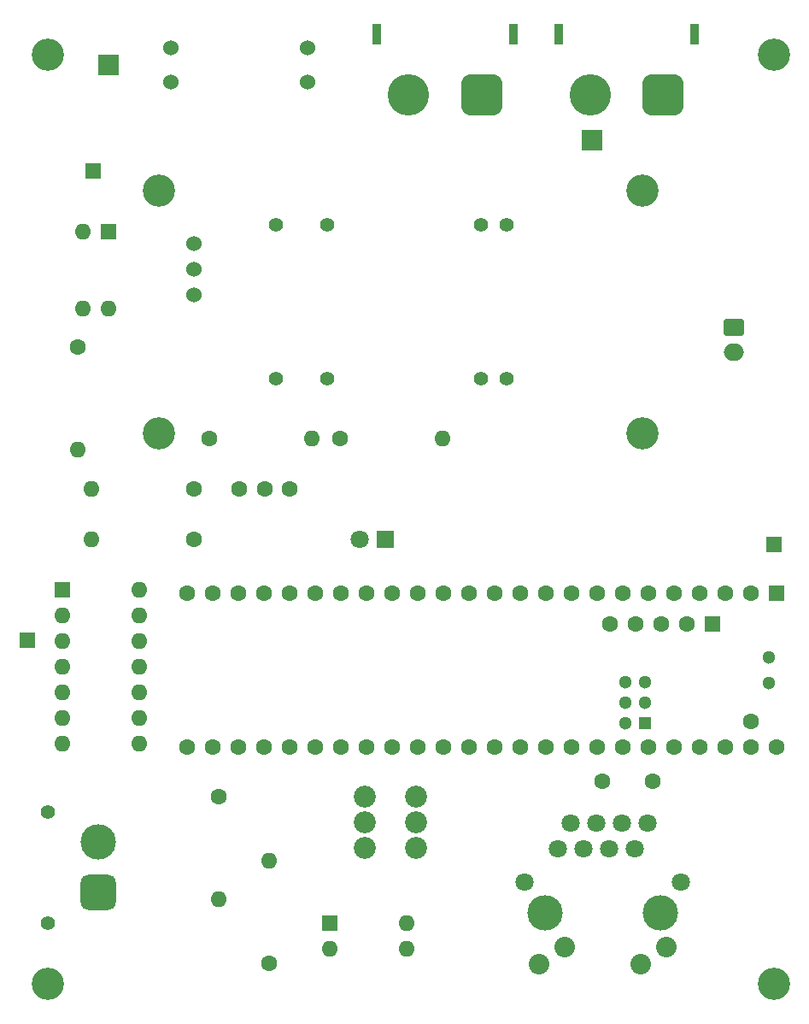
<source format=gbr>
%TF.GenerationSoftware,KiCad,Pcbnew,8.0.6-8.0.6-0~ubuntu22.04.1*%
%TF.CreationDate,2024-12-03T16:31:01+00:00*%
%TF.ProjectId,miniv_motor_controller_board,6d696e69-765f-46d6-9f74-6f725f636f6e,rev?*%
%TF.SameCoordinates,Original*%
%TF.FileFunction,Soldermask,Bot*%
%TF.FilePolarity,Negative*%
%FSLAX46Y46*%
G04 Gerber Fmt 4.6, Leading zero omitted, Abs format (unit mm)*
G04 Created by KiCad (PCBNEW 8.0.6-8.0.6-0~ubuntu22.04.1) date 2024-12-03 16:31:01*
%MOMM*%
%LPD*%
G01*
G04 APERTURE LIST*
G04 Aperture macros list*
%AMRoundRect*
0 Rectangle with rounded corners*
0 $1 Rounding radius*
0 $2 $3 $4 $5 $6 $7 $8 $9 X,Y pos of 4 corners*
0 Add a 4 corners polygon primitive as box body*
4,1,4,$2,$3,$4,$5,$6,$7,$8,$9,$2,$3,0*
0 Add four circle primitives for the rounded corners*
1,1,$1+$1,$2,$3*
1,1,$1+$1,$4,$5*
1,1,$1+$1,$6,$7*
1,1,$1+$1,$8,$9*
0 Add four rect primitives between the rounded corners*
20,1,$1+$1,$2,$3,$4,$5,0*
20,1,$1+$1,$4,$5,$6,$7,0*
20,1,$1+$1,$6,$7,$8,$9,0*
20,1,$1+$1,$8,$9,$2,$3,0*%
G04 Aperture macros list end*
%ADD10C,1.600000*%
%ADD11O,1.600000X1.600000*%
%ADD12RoundRect,0.250000X-0.750000X0.600000X-0.750000X-0.600000X0.750000X-0.600000X0.750000X0.600000X0*%
%ADD13O,2.000000X1.700000*%
%ADD14C,1.524000*%
%ADD15RoundRect,0.250000X-0.550000X-0.550000X0.550000X-0.550000X0.550000X0.550000X-0.550000X0.550000X0*%
%ADD16R,1.600000X1.600000*%
%ADD17R,0.900000X2.000000*%
%ADD18RoundRect,1.025000X-1.025000X-1.025000X1.025000X-1.025000X1.025000X1.025000X-1.025000X1.025000X0*%
%ADD19C,4.100000*%
%ADD20C,3.200000*%
%ADD21R,1.300000X1.300000*%
%ADD22C,1.300000*%
%ADD23C,1.400000*%
%ADD24RoundRect,0.770000X0.980000X-0.980000X0.980000X0.980000X-0.980000X0.980000X-0.980000X-0.980000X0*%
%ADD25C,3.500000*%
%ADD26RoundRect,0.250001X-0.799999X-0.799999X0.799999X-0.799999X0.799999X0.799999X-0.799999X0.799999X0*%
%ADD27C,2.180000*%
%ADD28C,1.800000*%
%ADD29C,2.040000*%
%ADD30R,1.800000X1.800000*%
G04 APERTURE END LIST*
D10*
%TO.C,R5*%
X68000000Y-144000000D03*
D11*
X68000000Y-133840000D03*
%TD*%
D12*
%TO.C,J4*%
X114000000Y-81000000D03*
D13*
X114000000Y-83500000D03*
%TD*%
D14*
%TO.C,F1*%
X71735000Y-56700000D03*
X71735000Y-53300000D03*
X58265000Y-56700000D03*
X58265000Y-53300000D03*
%TD*%
D15*
%TO.C,JP4*%
X44000000Y-112000000D03*
%TD*%
D16*
%TO.C,U2*%
X74000000Y-140000000D03*
D11*
X74000000Y-142540000D03*
X81620000Y-142540000D03*
X81620000Y-140000000D03*
%TD*%
D17*
%TO.C,J2*%
X78650000Y-52000000D03*
X92150000Y-52000000D03*
D18*
X89000000Y-58000000D03*
D19*
X81800000Y-58000000D03*
%TD*%
D20*
%TO.C,H3*%
X118000000Y-54000000D03*
%TD*%
D15*
%TO.C,JP6*%
X50500000Y-65500000D03*
%TD*%
D20*
%TO.C,H1*%
X46000000Y-146000000D03*
%TD*%
D16*
%TO.C,U1*%
X118210000Y-107380000D03*
D10*
X115670000Y-107380000D03*
X113130000Y-107380000D03*
X110590000Y-107380000D03*
X108050000Y-107380000D03*
X105510000Y-107380000D03*
X102970000Y-107380000D03*
X100430000Y-107380000D03*
X97890000Y-107380000D03*
X95350000Y-107380000D03*
X92810000Y-107380000D03*
X90270000Y-107380000D03*
X87730000Y-107380000D03*
X85190000Y-107380000D03*
X82650000Y-107380000D03*
X80110000Y-107380000D03*
X77570000Y-107380000D03*
X75030000Y-107380000D03*
X72490000Y-107380000D03*
X69950000Y-107380000D03*
X67410000Y-107380000D03*
X64870000Y-107380000D03*
X62330000Y-107380000D03*
X59790000Y-107380000D03*
X59790000Y-122620000D03*
X62330000Y-122620000D03*
X64870000Y-122620000D03*
X67410000Y-122620000D03*
X69950000Y-122620000D03*
X72490000Y-122620000D03*
X75030000Y-122620000D03*
X77570000Y-122620000D03*
X80110000Y-122620000D03*
X82650000Y-122620000D03*
X85190000Y-122620000D03*
X87730000Y-122620000D03*
X90270000Y-122620000D03*
X92810000Y-122620000D03*
X95350000Y-122620000D03*
X97890000Y-122620000D03*
X100430000Y-122620000D03*
X102970000Y-122620000D03*
X105510000Y-122620000D03*
X108050000Y-122620000D03*
X110590000Y-122620000D03*
X113130000Y-122620000D03*
X115670000Y-122620000D03*
X118210000Y-122620000D03*
X115670000Y-120080000D03*
D16*
X111910800Y-110430800D03*
D10*
X109370800Y-110430800D03*
X106830800Y-110430800D03*
X104290800Y-110430800D03*
X101750800Y-110430800D03*
D21*
X105240000Y-120181600D03*
D22*
X105240000Y-118181600D03*
X105240000Y-116181600D03*
X103240000Y-116181600D03*
X103240000Y-118181600D03*
X103240000Y-120181600D03*
X117480000Y-116270000D03*
X117480000Y-113730000D03*
%TD*%
D23*
%TO.C,J3*%
X46000000Y-140000000D03*
X46000000Y-129000000D03*
D24*
X51000000Y-137000000D03*
D25*
X51000000Y-132000000D03*
%TD*%
D10*
%TO.C,R1*%
X60500000Y-97000000D03*
D11*
X50340000Y-97000000D03*
%TD*%
D17*
%TO.C,J1*%
X96650000Y-52000000D03*
X110150000Y-52000000D03*
D18*
X107000000Y-58000000D03*
D19*
X99800000Y-58000000D03*
%TD*%
D26*
%TO.C,JP7*%
X100000000Y-62500000D03*
%TD*%
D20*
%TO.C,H4*%
X118000000Y-146000000D03*
%TD*%
D16*
%TO.C,U6*%
X47500000Y-107000000D03*
D11*
X47500000Y-109540000D03*
X47500000Y-112080000D03*
X47500000Y-114620000D03*
X47500000Y-117160000D03*
X47500000Y-119700000D03*
X47500000Y-122240000D03*
X55120000Y-122240000D03*
X55120000Y-119700000D03*
X55120000Y-117160000D03*
X55120000Y-114620000D03*
X55120000Y-112080000D03*
X55120000Y-109540000D03*
X55120000Y-107000000D03*
%TD*%
D27*
%TO.C,SW1*%
X82540000Y-127460000D03*
X82540000Y-130000000D03*
X82540000Y-132540000D03*
X77460000Y-127460000D03*
X77460000Y-130000000D03*
X77460000Y-132540000D03*
%TD*%
D28*
%TO.C,U5*%
X93250000Y-135950000D03*
D25*
X95285000Y-139000000D03*
X106715000Y-139000000D03*
D28*
X108750000Y-135950000D03*
X96555000Y-132650000D03*
X97825000Y-130110000D03*
X99095000Y-132650000D03*
X100365000Y-130110000D03*
X101635000Y-132650000D03*
X102905000Y-130110000D03*
X104175000Y-132650000D03*
X105445000Y-130110000D03*
D29*
X94675000Y-144080000D03*
X97215000Y-142380000D03*
X104785000Y-144080000D03*
X107325000Y-142380000D03*
%TD*%
D14*
%TO.C,M78AR05-1*%
X60500000Y-72710000D03*
X60500000Y-75250000D03*
X60516000Y-77790000D03*
%TD*%
D10*
%TO.C,R2*%
X49000000Y-83000000D03*
D11*
X49000000Y-93160000D03*
%TD*%
D15*
%TO.C,JP5*%
X118000000Y-102500000D03*
%TD*%
D20*
%TO.C,U4*%
X105000000Y-91500000D03*
X105000000Y-67500000D03*
X57000000Y-91500000D03*
X57000000Y-67500000D03*
%TD*%
D16*
%TO.C,U3*%
X52000000Y-71500000D03*
D11*
X49460000Y-71500000D03*
X49460000Y-79120000D03*
X52000000Y-79120000D03*
%TD*%
D26*
%TO.C,JP2*%
X52000000Y-55000000D03*
%TD*%
D10*
%TO.C,SW2*%
X65000000Y-97000000D03*
X67500000Y-97000000D03*
X70000000Y-97000000D03*
%TD*%
%TO.C,R8*%
X75000000Y-92000000D03*
D11*
X85160000Y-92000000D03*
%TD*%
D23*
%TO.C,U7*%
X73680000Y-86110000D03*
X91460000Y-86110000D03*
X88920000Y-86110000D03*
X68600000Y-86110000D03*
X68600000Y-70890000D03*
X73680000Y-70890000D03*
X88920000Y-70890000D03*
X91460000Y-70890000D03*
%TD*%
D10*
%TO.C,R6*%
X63000000Y-127500000D03*
D11*
X63000000Y-137660000D03*
%TD*%
D30*
%TO.C,D2*%
X79500000Y-102000000D03*
D28*
X76960000Y-102000000D03*
%TD*%
D20*
%TO.C,H2*%
X46000000Y-54000000D03*
%TD*%
D10*
%TO.C,R7*%
X62000000Y-92000000D03*
D11*
X72160000Y-92000000D03*
%TD*%
D10*
%TO.C,C1*%
X106000000Y-126000000D03*
X101000000Y-126000000D03*
%TD*%
%TO.C,R4*%
X60500000Y-102000000D03*
D11*
X50340000Y-102000000D03*
%TD*%
M02*

</source>
